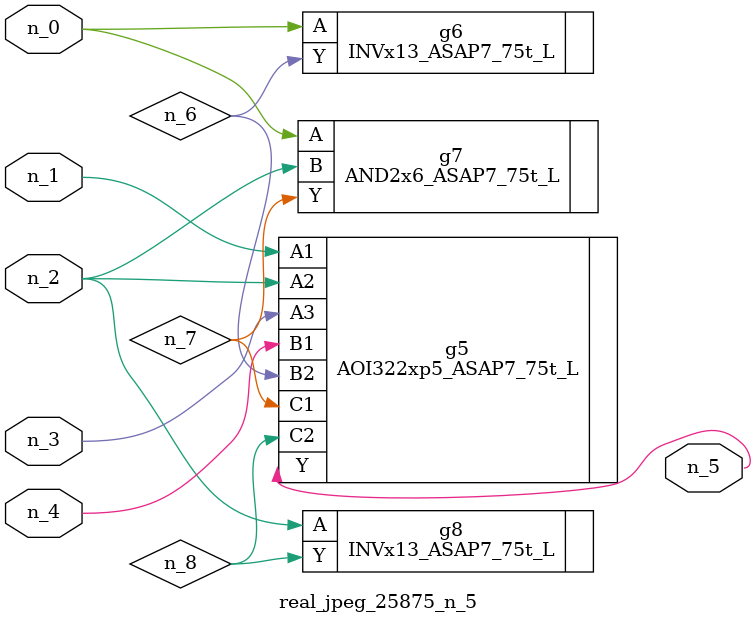
<source format=v>
module real_jpeg_25875_n_5 (n_4, n_0, n_1, n_2, n_3, n_5);

input n_4;
input n_0;
input n_1;
input n_2;
input n_3;

output n_5;

wire n_8;
wire n_6;
wire n_7;

INVx13_ASAP7_75t_L g6 ( 
.A(n_0),
.Y(n_6)
);

AND2x6_ASAP7_75t_L g7 ( 
.A(n_0),
.B(n_2),
.Y(n_7)
);

AOI322xp5_ASAP7_75t_L g5 ( 
.A1(n_1),
.A2(n_2),
.A3(n_3),
.B1(n_4),
.B2(n_6),
.C1(n_7),
.C2(n_8),
.Y(n_5)
);

INVx13_ASAP7_75t_L g8 ( 
.A(n_2),
.Y(n_8)
);


endmodule
</source>
